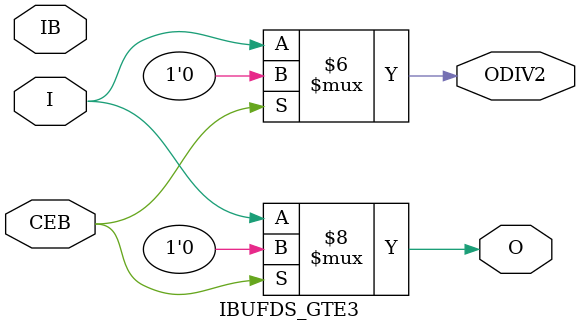
<source format=v>
`ifdef verilator3
`else
`timescale 1 ps / 1 ps
`endif

/* verilator coverage_off */
module IBUFDS_GTE3
#(
    parameter [0:0] REFCLK_EN_TX_PATH  = 1'b0,
    parameter [1:0] REFCLK_HROW_CK_SEL = 2'b00,
    parameter [1:0] REFCLK_ICNTL_RX    = 2'b00
)
(
    // Clock input
    input      I,
    input      IB,
    // Clock enable
    input      CEB,
    // Clock outputs
`ifdef FAST_IQ
    output     O /* verilator clocker */,
    output reg ODIV2 /* verilator clocker */
`else
    output     O /* verilator clocker */ /* verilator public_flat_rd */, 
    output reg ODIV2 /* verilator clocker */ /* verilator public_flat_rd */
`endif
);
`ifdef SCOPE_IQ
    localparam cell_kind /* verilator public_flat_rd */ = 1;
`endif

    reg r_IDIV2;
    
    initial begin
        r_IDIV2 = 1'b0;
    end
    
    always @ (posedge I) begin
        r_IDIV2 <= (CEB) ? 1'b0 : ~r_IDIV2;
    end
    
    always @(*) begin
        case (REFCLK_HROW_CK_SEL)
            2'b00   : ODIV2 = (REFCLK_EN_TX_PATH | CEB) ? 1'b0 : I;
            2'b01   : ODIV2 = r_IDIV2;
            default : ODIV2 = 1'b0;
        endcase
    end
    
    assign O = (REFCLK_EN_TX_PATH | CEB) ? 1'b0 : I;

endmodule
/* verilator coverage_on */

</source>
